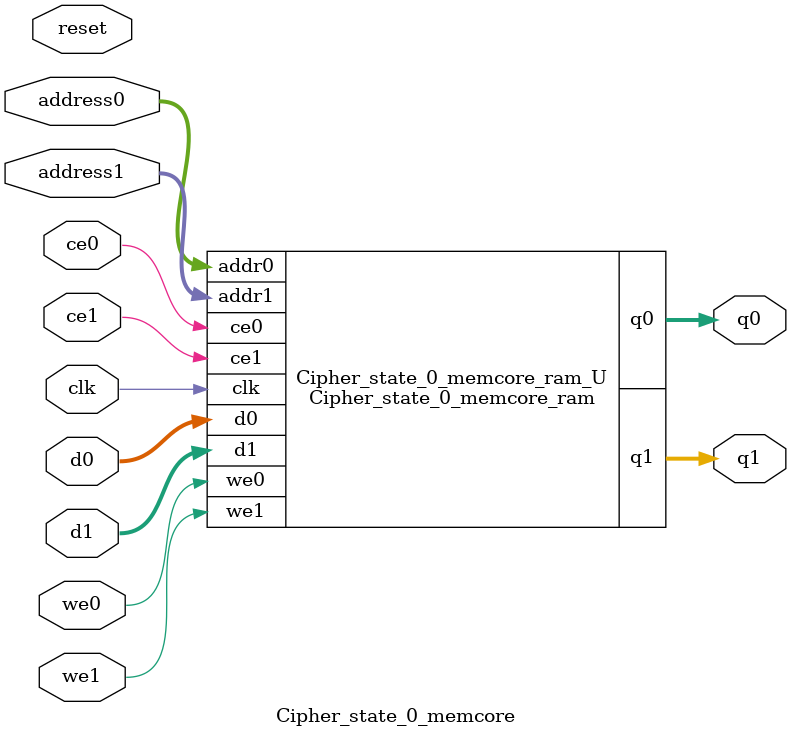
<source format=v>
`timescale 1 ns / 1 ps
module Cipher_state_0_memcore_ram (addr0, ce0, d0, we0, q0, addr1, ce1, d1, we1, q1,  clk);

parameter DWIDTH = 8;
parameter AWIDTH = 5;
parameter MEM_SIZE = 32;

input[AWIDTH-1:0] addr0;
input ce0;
input[DWIDTH-1:0] d0;
input we0;
output reg[DWIDTH-1:0] q0;
input[AWIDTH-1:0] addr1;
input ce1;
input[DWIDTH-1:0] d1;
input we1;
output reg[DWIDTH-1:0] q1;
input clk;

(* ram_style = "distributed" *)reg [DWIDTH-1:0] ram[0:MEM_SIZE-1];




always @(posedge clk)  
begin 
    if (ce0) 
    begin
        if (we0) 
        begin 
            ram[addr0] <= d0; 
        end 
        q0 <= ram[addr0];
    end
end


always @(posedge clk)  
begin 
    if (ce1) 
    begin
        if (we1) 
        begin 
            ram[addr1] <= d1; 
        end 
        q1 <= ram[addr1];
    end
end


endmodule

`timescale 1 ns / 1 ps
module Cipher_state_0_memcore(
    reset,
    clk,
    address0,
    ce0,
    we0,
    d0,
    q0,
    address1,
    ce1,
    we1,
    d1,
    q1);

parameter DataWidth = 32'd8;
parameter AddressRange = 32'd32;
parameter AddressWidth = 32'd5;
input reset;
input clk;
input[AddressWidth - 1:0] address0;
input ce0;
input we0;
input[DataWidth - 1:0] d0;
output[DataWidth - 1:0] q0;
input[AddressWidth - 1:0] address1;
input ce1;
input we1;
input[DataWidth - 1:0] d1;
output[DataWidth - 1:0] q1;



Cipher_state_0_memcore_ram Cipher_state_0_memcore_ram_U(
    .clk( clk ),
    .addr0( address0 ),
    .ce0( ce0 ),
    .we0( we0 ),
    .d0( d0 ),
    .q0( q0 ),
    .addr1( address1 ),
    .ce1( ce1 ),
    .we1( we1 ),
    .d1( d1 ),
    .q1( q1 ));

endmodule


</source>
